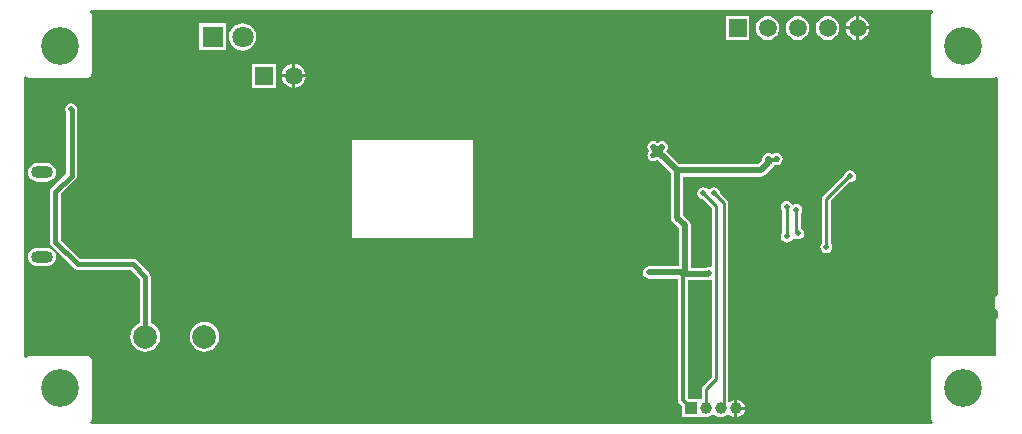
<source format=gbl>
G04*
G04 #@! TF.GenerationSoftware,Altium Limited,Altium Designer,20.2.4 (192)*
G04*
G04 Layer_Physical_Order=2*
G04 Layer_Color=16711680*
%FSLAX44Y44*%
%MOMM*%
G71*
G04*
G04 #@! TF.SameCoordinates,B1776B65-D261-4C44-A5DE-40EC885F2A17*
G04*
G04*
G04 #@! TF.FilePolarity,Positive*
G04*
G01*
G75*
%ADD11C,0.2540*%
%ADD104C,0.5000*%
%ADD105C,0.4000*%
%ADD106C,0.3000*%
%ADD108R,1.0000X1.0000*%
%ADD109C,1.0000*%
%ADD110C,1.5000*%
%ADD111R,1.5000X1.5000*%
%ADD112O,1.8500X1.0500*%
%ADD113C,3.2000*%
%ADD114C,1.8000*%
%ADD115R,1.8000X1.8000*%
%ADD116C,2.0000*%
%ADD117C,0.5000*%
%ADD118C,0.6000*%
G36*
X769159Y348730D02*
X768261Y347832D01*
X767500Y345994D01*
Y345000D01*
Y297500D01*
Y296505D01*
X768261Y294668D01*
X769668Y293261D01*
X771505Y292500D01*
X820995D01*
X822832Y293261D01*
X824200Y292833D01*
Y260000D01*
Y109200D01*
X822000Y107000D01*
X822000Y98000D01*
X824200Y95800D01*
Y90200D01*
X823000Y89000D01*
Y58044D01*
X821730Y57195D01*
X820994Y57500D01*
X771505D01*
X769668Y56739D01*
X768261Y55332D01*
X767500Y53495D01*
Y52500D01*
Y5000D01*
Y4005D01*
X768261Y2168D01*
X769159Y1270D01*
X768633Y0D01*
X56367D01*
X55841Y1270D01*
X56739Y2168D01*
X57500Y4005D01*
Y5000D01*
Y52500D01*
Y53495D01*
X56739Y55332D01*
X55332Y56739D01*
X53495Y57500D01*
X4005D01*
X2168Y56739D01*
X1270Y55841D01*
X0Y56367D01*
Y293633D01*
X1270Y294159D01*
X2168Y293261D01*
X4005Y292500D01*
X53495D01*
X55332Y293261D01*
X56739Y294668D01*
X57500Y296505D01*
Y297500D01*
Y345000D01*
Y345995D01*
X56739Y347832D01*
X55841Y348730D01*
X56367Y350000D01*
X768633D01*
X769159Y348730D01*
D02*
G37*
%LPC*%
G36*
X706670Y344959D02*
Y336270D01*
X715359D01*
X715182Y337621D01*
X714170Y340063D01*
X712561Y342161D01*
X710463Y343770D01*
X708021Y344782D01*
X706670Y344959D01*
D02*
G37*
G36*
X704130D02*
X702779Y344782D01*
X700337Y343770D01*
X698239Y342161D01*
X696630Y340063D01*
X695618Y337621D01*
X695441Y336270D01*
X704130D01*
Y344959D01*
D02*
G37*
G36*
X715359Y333730D02*
X706670D01*
Y325041D01*
X708021Y325218D01*
X710463Y326230D01*
X712561Y327839D01*
X714170Y329937D01*
X715182Y332379D01*
X715359Y333730D01*
D02*
G37*
G36*
X704130D02*
X695441D01*
X695618Y332379D01*
X696630Y329937D01*
X698239Y327839D01*
X700337Y326230D01*
X702779Y325218D01*
X704130Y325041D01*
Y333730D01*
D02*
G37*
G36*
X613840Y345040D02*
X593760D01*
Y324960D01*
X613840D01*
Y345040D01*
D02*
G37*
G36*
X680000Y345127D02*
X677379Y344782D01*
X674937Y343770D01*
X672839Y342161D01*
X671230Y340063D01*
X670218Y337621D01*
X669873Y335000D01*
X670218Y332379D01*
X671230Y329937D01*
X672839Y327839D01*
X674937Y326230D01*
X677379Y325218D01*
X680000Y324873D01*
X682621Y325218D01*
X685063Y326230D01*
X687161Y327839D01*
X688770Y329937D01*
X689782Y332379D01*
X690127Y335000D01*
X689782Y337621D01*
X688770Y340063D01*
X687161Y342161D01*
X685063Y343770D01*
X682621Y344782D01*
X680000Y345127D01*
D02*
G37*
G36*
X654600D02*
X651979Y344782D01*
X649537Y343770D01*
X647439Y342161D01*
X645830Y340063D01*
X644818Y337621D01*
X644473Y335000D01*
X644818Y332379D01*
X645830Y329937D01*
X647439Y327839D01*
X649537Y326230D01*
X651979Y325218D01*
X654600Y324873D01*
X657221Y325218D01*
X659663Y326230D01*
X661761Y327839D01*
X663370Y329937D01*
X664382Y332379D01*
X664727Y335000D01*
X664382Y337621D01*
X663370Y340063D01*
X661761Y342161D01*
X659663Y343770D01*
X657221Y344782D01*
X654600Y345127D01*
D02*
G37*
G36*
X629200D02*
X626579Y344782D01*
X624137Y343770D01*
X622039Y342161D01*
X620430Y340063D01*
X619418Y337621D01*
X619073Y335000D01*
X619418Y332379D01*
X620430Y329937D01*
X622039Y327839D01*
X624137Y326230D01*
X626579Y325218D01*
X629200Y324873D01*
X631821Y325218D01*
X634263Y326230D01*
X636361Y327839D01*
X637970Y329937D01*
X638982Y332379D01*
X639327Y335000D01*
X638982Y337621D01*
X637970Y340063D01*
X636361Y342161D01*
X634263Y343770D01*
X631821Y344782D01*
X629200Y345127D01*
D02*
G37*
G36*
X170890Y339040D02*
X147810D01*
Y315960D01*
X170890D01*
Y339040D01*
D02*
G37*
G36*
X184750Y339140D02*
X181737Y338743D01*
X178930Y337580D01*
X176520Y335730D01*
X174670Y333320D01*
X173507Y330513D01*
X173111Y327500D01*
X173507Y324487D01*
X174670Y321680D01*
X176520Y319270D01*
X178930Y317420D01*
X181737Y316257D01*
X184750Y315860D01*
X187763Y316257D01*
X190570Y317420D01*
X192980Y319270D01*
X194830Y321680D01*
X195993Y324487D01*
X196390Y327500D01*
X195993Y330513D01*
X194830Y333320D01*
X192980Y335730D01*
X190570Y337580D01*
X187763Y338743D01*
X184750Y339140D01*
D02*
G37*
G36*
X229420Y304459D02*
Y295770D01*
X238109D01*
X237932Y297121D01*
X236920Y299563D01*
X235311Y301661D01*
X233213Y303270D01*
X230771Y304282D01*
X229420Y304459D01*
D02*
G37*
G36*
X226880D02*
X225529Y304282D01*
X223087Y303270D01*
X220989Y301661D01*
X219380Y299563D01*
X218368Y297121D01*
X218191Y295770D01*
X226880D01*
Y304459D01*
D02*
G37*
G36*
X238109Y293230D02*
X229420D01*
Y284541D01*
X230771Y284718D01*
X233213Y285730D01*
X235311Y287339D01*
X236920Y289437D01*
X237932Y291879D01*
X238109Y293230D01*
D02*
G37*
G36*
X226880D02*
X218191D01*
X218368Y291879D01*
X219380Y289437D01*
X220989Y287339D01*
X223087Y285730D01*
X225529Y284718D01*
X226880Y284541D01*
Y293230D01*
D02*
G37*
G36*
X212790Y304540D02*
X192710D01*
Y284460D01*
X212790D01*
Y304540D01*
D02*
G37*
G36*
X539750Y239389D02*
X537784Y238998D01*
X536337Y238031D01*
X536125Y237943D01*
X535913Y238031D01*
X534895Y238711D01*
X534895Y238711D01*
X534467Y238998D01*
X532500Y239389D01*
X531039Y239098D01*
X531039D01*
X531039Y239098D01*
X530533Y238998D01*
X530105Y238711D01*
X530105Y238711D01*
X528866Y237884D01*
X527752Y236217D01*
X527361Y234250D01*
X527752Y232283D01*
X528635Y230962D01*
X528723Y230750D01*
X528635Y230538D01*
X528039Y229645D01*
X528039Y229645D01*
X527752Y229216D01*
X527652Y228711D01*
X527652Y228711D01*
Y228711D01*
X527361Y227250D01*
X527652Y225789D01*
Y225789D01*
X527652Y225789D01*
X527752Y225284D01*
X528039Y224855D01*
X528039Y224855D01*
X528866Y223616D01*
X530533Y222502D01*
X532500Y222111D01*
X533961Y222402D01*
X533961D01*
X533961Y222402D01*
X534467Y222502D01*
X534895Y222789D01*
X534895Y222789D01*
X534895Y222789D01*
X535085Y222916D01*
X536135Y223446D01*
X547361Y212220D01*
Y174500D01*
X547752Y172533D01*
X548866Y170866D01*
X553861Y165872D01*
Y133139D01*
X528750D01*
X526783Y132748D01*
X525116Y131634D01*
X524002Y129966D01*
X523611Y128000D01*
X524002Y126033D01*
X525116Y124366D01*
X526783Y123252D01*
X528750Y122861D01*
X553291D01*
Y19920D01*
X553605Y18344D01*
X554498Y17007D01*
X556791Y14715D01*
Y5460D01*
X571870D01*
Y6020D01*
X573009Y6581D01*
X573228Y6414D01*
X575062Y5654D01*
X577030Y5395D01*
X578999Y5654D01*
X580833Y6414D01*
X582408Y7622D01*
X582746Y8062D01*
X584016D01*
X584353Y7622D01*
X585928Y6414D01*
X587762Y5654D01*
X589730Y5395D01*
X591699Y5654D01*
X593533Y6414D01*
X595108Y7622D01*
X595446Y8062D01*
X596716D01*
X597053Y7622D01*
X598628Y6414D01*
X600462Y5654D01*
X601161Y5562D01*
Y13000D01*
Y20438D01*
X600462Y20346D01*
X598628Y19586D01*
X597155Y18456D01*
X596715Y18541D01*
X595885Y18941D01*
Y187000D01*
X595589Y188487D01*
X594747Y189747D01*
X589054Y195440D01*
X588751Y196963D01*
X587637Y198630D01*
X585970Y199744D01*
X584003Y200135D01*
X582037Y199744D01*
X580370Y198630D01*
X580138Y198284D01*
X578868D01*
X578637Y198630D01*
X576970Y199744D01*
X575003Y200135D01*
X573037Y199744D01*
X571370Y198630D01*
X570256Y196963D01*
X569865Y194997D01*
X570256Y193030D01*
X571370Y191363D01*
X573037Y190249D01*
X574560Y189946D01*
X582115Y182391D01*
Y133352D01*
X580845Y132409D01*
X579690Y132639D01*
X577724Y132248D01*
X577186Y131889D01*
X564139D01*
Y168000D01*
X563748Y169967D01*
X562634Y171634D01*
X557639Y176628D01*
Y209210D01*
X623308D01*
X625274Y209601D01*
X626941Y210715D01*
X633634Y217408D01*
X634404Y218561D01*
X634404Y218561D01*
X634606Y218863D01*
X634622Y218878D01*
X634750Y219070D01*
X634981Y219066D01*
X635003Y219070D01*
X636038Y219053D01*
X637000Y218861D01*
X638461Y219152D01*
X638461D01*
X638461Y219152D01*
X638966Y219252D01*
X639395Y219539D01*
X639395Y219539D01*
X640634Y220366D01*
X641748Y222034D01*
X642139Y224000D01*
X641848Y225461D01*
Y225461D01*
X641848Y225461D01*
X641748Y225966D01*
X641461Y226395D01*
X641461Y226395D01*
X640634Y227634D01*
X638966Y228748D01*
X637000Y229139D01*
X635033Y228748D01*
X633712Y227865D01*
X633500Y227777D01*
X633288Y227865D01*
X631967Y228748D01*
X631461Y228848D01*
X631461Y228848D01*
X631461D01*
X630000Y229139D01*
X628539Y228848D01*
X628539D01*
X628539Y228848D01*
X628033Y228748D01*
X627605Y228461D01*
X627605Y228461D01*
X626366Y227634D01*
X625252Y225966D01*
X624861Y224000D01*
Y223425D01*
X624798Y223106D01*
X621179Y219488D01*
X554628D01*
X543610Y230506D01*
X543610Y230506D01*
X543430Y230686D01*
X544211Y231855D01*
X544211Y231855D01*
X544498Y232283D01*
X544598Y232789D01*
X544598Y232789D01*
Y232789D01*
X544889Y234250D01*
X544598Y235711D01*
Y235711D01*
X544598Y235711D01*
X544498Y236217D01*
X544211Y236645D01*
X544211Y236645D01*
X543384Y237884D01*
X541716Y238998D01*
X541211Y239098D01*
X539750Y239389D01*
D02*
G37*
G36*
X19000Y220607D02*
X11000D01*
X8966Y220340D01*
X7071Y219555D01*
X5444Y218306D01*
X4196Y216679D01*
X3410Y214784D01*
X3143Y212750D01*
X3410Y210716D01*
X4196Y208821D01*
X5444Y207194D01*
X7071Y205945D01*
X8966Y205161D01*
X11000Y204893D01*
X19000D01*
X21034Y205161D01*
X22929Y205945D01*
X24556Y207194D01*
X25805Y208821D01*
X26590Y210716D01*
X26857Y212750D01*
X26590Y214784D01*
X25805Y216679D01*
X24556Y218306D01*
X22929Y219555D01*
X21034Y220340D01*
X19000Y220607D01*
D02*
G37*
G36*
X699000Y214639D02*
X697033Y214248D01*
X695366Y213134D01*
X694252Y211467D01*
X694106Y210730D01*
X678682Y195307D01*
X678682Y195307D01*
X676253Y192878D01*
X675411Y191617D01*
X675115Y190131D01*
Y152758D01*
X674252Y151467D01*
X673861Y149500D01*
X674252Y147534D01*
X675366Y145866D01*
X677033Y144752D01*
X679000Y144361D01*
X680966Y144752D01*
X682634Y145866D01*
X683748Y147534D01*
X684139Y149500D01*
X683748Y151467D01*
X682885Y152758D01*
Y188522D01*
X684176Y189813D01*
X684176Y189813D01*
X698770Y204407D01*
X699000Y204361D01*
X700966Y204752D01*
X702634Y205866D01*
X703748Y207533D01*
X704139Y209500D01*
X703748Y211467D01*
X702634Y213134D01*
X700966Y214248D01*
X699000Y214639D01*
D02*
G37*
G36*
X380000Y240000D02*
X277500D01*
Y157500D01*
X380000D01*
Y240000D01*
D02*
G37*
G36*
X645500Y188495D02*
X643533Y188104D01*
X641866Y186990D01*
X640752Y185322D01*
X640361Y183356D01*
X640752Y181390D01*
X641615Y180098D01*
Y161384D01*
X641002Y160466D01*
X640611Y158500D01*
X641002Y156533D01*
X642116Y154866D01*
X643783Y153752D01*
X645750Y153361D01*
X647717Y153752D01*
X649384Y154866D01*
X650498Y156533D01*
X650531Y156702D01*
X651926Y157205D01*
X653015Y156477D01*
X654982Y156086D01*
X656948Y156477D01*
X658615Y157591D01*
X659729Y159258D01*
X660120Y161225D01*
X659729Y163191D01*
X658615Y164858D01*
X657519Y165591D01*
Y177802D01*
X658382Y179094D01*
X658773Y181060D01*
X658382Y183027D01*
X657268Y184694D01*
X655601Y185808D01*
X653635Y186199D01*
X651668Y185808D01*
X650676Y185145D01*
X650248Y185322D01*
X649134Y186990D01*
X647467Y188104D01*
X645500Y188495D01*
D02*
G37*
G36*
X19000Y149107D02*
X11000D01*
X8966Y148840D01*
X7071Y148055D01*
X5444Y146806D01*
X4196Y145179D01*
X3410Y143284D01*
X3143Y141250D01*
X3410Y139216D01*
X4196Y137321D01*
X5444Y135694D01*
X7071Y134445D01*
X8966Y133660D01*
X11000Y133393D01*
X19000D01*
X21034Y133660D01*
X22929Y134445D01*
X24556Y135694D01*
X25805Y137321D01*
X26590Y139216D01*
X26857Y141250D01*
X26590Y143284D01*
X25805Y145179D01*
X24556Y146806D01*
X22929Y148055D01*
X21034Y148840D01*
X19000Y149107D01*
D02*
G37*
G36*
X152500Y86148D02*
X149226Y85717D01*
X146176Y84454D01*
X143556Y82444D01*
X141546Y79824D01*
X140283Y76774D01*
X139852Y73500D01*
X140283Y70226D01*
X141546Y67176D01*
X143556Y64556D01*
X146176Y62546D01*
X149226Y61283D01*
X152500Y60852D01*
X155774Y61283D01*
X158824Y62546D01*
X161444Y64556D01*
X163454Y67176D01*
X164717Y70226D01*
X165148Y73500D01*
X164717Y76774D01*
X163454Y79824D01*
X161444Y82444D01*
X158824Y84454D01*
X155774Y85717D01*
X152500Y86148D01*
D02*
G37*
G36*
X39625Y271326D02*
X37659Y270935D01*
X35991Y269821D01*
X34878Y268154D01*
X34486Y266187D01*
X34878Y264221D01*
X35371Y263482D01*
Y211917D01*
X22727Y199273D01*
X21723Y197771D01*
X21371Y196000D01*
X21371Y196000D01*
Y154000D01*
X21371Y154000D01*
X21723Y152229D01*
X22727Y150727D01*
X41727Y131727D01*
X41727Y131727D01*
X43229Y130723D01*
X45000Y130371D01*
X90083D01*
X97871Y122583D01*
Y85156D01*
X96176Y84454D01*
X93556Y82444D01*
X91546Y79824D01*
X90283Y76774D01*
X89852Y73500D01*
X90283Y70226D01*
X91546Y67176D01*
X93556Y64556D01*
X96176Y62546D01*
X99226Y61283D01*
X102500Y60852D01*
X105774Y61283D01*
X108824Y62546D01*
X111444Y64556D01*
X113454Y67176D01*
X114717Y70226D01*
X115148Y73500D01*
X114717Y76774D01*
X113454Y79824D01*
X111444Y82444D01*
X108824Y84454D01*
X107129Y85156D01*
Y124500D01*
X107129Y124500D01*
X106777Y126271D01*
X105773Y127773D01*
X105773Y127773D01*
X95273Y138273D01*
X93771Y139277D01*
X92000Y139629D01*
X92000Y139629D01*
X46918D01*
X30629Y155918D01*
Y194083D01*
X43273Y206727D01*
X43273Y206727D01*
X44277Y208229D01*
X44629Y210000D01*
X44629Y210000D01*
Y265510D01*
X44764Y266187D01*
X44373Y268154D01*
X43259Y269821D01*
X41592Y270935D01*
X39625Y271326D01*
D02*
G37*
G36*
X603700Y20438D02*
Y14270D01*
X609868D01*
X609776Y14968D01*
X609017Y16803D01*
X607808Y18378D01*
X606233Y19586D01*
X604399Y20346D01*
X603700Y20438D01*
D02*
G37*
G36*
X609868Y11730D02*
X603700D01*
Y5562D01*
X604399Y5654D01*
X606233Y6414D01*
X607808Y7622D01*
X609017Y9197D01*
X609776Y11032D01*
X609868Y11730D01*
D02*
G37*
%LPD*%
G36*
X540706Y236558D02*
X541516Y236017D01*
X542058Y235206D01*
X542248Y234250D01*
X542058Y233294D01*
X541277Y232125D01*
X541179Y231889D01*
X541037Y231677D01*
X540988Y231427D01*
X540890Y231191D01*
Y230936D01*
X540840Y230686D01*
X540890Y230436D01*
Y230181D01*
X540988Y229945D01*
X541037Y229695D01*
X541179Y229483D01*
X541277Y229247D01*
X541457Y229067D01*
X541599Y228855D01*
X544000Y226454D01*
Y225000D01*
X543000Y224000D01*
X539244D01*
X537967Y225278D01*
X537873Y225340D01*
X537495Y225718D01*
X537495Y225718D01*
X537495Y225718D01*
X537084Y225888D01*
X536562Y226105D01*
X536561D01*
X536561Y226105D01*
X536056Y226105D01*
X535551D01*
X535551Y226105D01*
X535551D01*
X535078Y225909D01*
X534618Y225718D01*
X534617Y225718D01*
X534617Y225718D01*
X534617Y225718D01*
X533456Y224942D01*
X532500Y224752D01*
X531544Y224942D01*
X530733Y225483D01*
X530192Y226294D01*
X530002Y227250D01*
X530192Y228206D01*
X530930Y229311D01*
X531317Y230245D01*
Y231255D01*
X530930Y232189D01*
X530930Y232189D01*
X530192Y233294D01*
X530002Y234250D01*
X530192Y235206D01*
X530733Y236017D01*
X531544Y236558D01*
X532500Y236748D01*
X533456Y236558D01*
X534686Y235736D01*
X535620Y235349D01*
X536630D01*
X537564Y235736D01*
X537564Y235736D01*
X538794Y236558D01*
X539750Y236748D01*
X540706Y236558D01*
D02*
G37*
G36*
X637956Y226308D02*
X638767Y225767D01*
X639308Y224956D01*
X639498Y224000D01*
X639308Y223044D01*
X638767Y222234D01*
X637956Y221692D01*
X637000Y221502D01*
X636543Y221593D01*
X636310D01*
X636082Y221642D01*
X634792Y221664D01*
X634519Y221615D01*
X634242D01*
X634027Y221525D01*
X633798Y221484D01*
X633565Y221334D01*
X633309Y221228D01*
X633144Y221063D01*
X632948Y220937D01*
X632790Y220709D01*
X632594Y220513D01*
X632251Y220000D01*
X629000D01*
X627081Y221919D01*
X627254Y222179D01*
X627451Y223170D01*
Y223745D01*
X627692Y224956D01*
X628233Y225767D01*
X629044Y226308D01*
X630000Y226498D01*
X630956Y226308D01*
X632061Y225570D01*
X632995Y225183D01*
X634005D01*
X634392Y225343D01*
X634939Y225570D01*
X634939Y225570D01*
X636044Y226308D01*
X637000Y226498D01*
X637956Y226308D01*
D02*
G37*
G36*
X582115Y121350D02*
Y39609D01*
X574524Y32017D01*
X573681Y30757D01*
X573386Y29271D01*
Y20649D01*
X573140Y20496D01*
X571870Y20540D01*
Y20540D01*
X562616D01*
X561530Y21626D01*
Y121611D01*
X578940D01*
X580845Y121990D01*
X581069Y122003D01*
X582115Y121350D01*
D02*
G37*
D11*
X645500Y160750D02*
Y183356D01*
X653635Y162572D02*
Y181060D01*
Y162572D02*
X654982Y161225D01*
X679000Y149500D02*
X679000Y149500D01*
X679000Y190131D02*
X681429Y192560D01*
X679000Y149500D02*
Y190131D01*
X681429Y192560D02*
X681429D01*
X698369Y209500D02*
X699000D01*
X681429Y192560D02*
X698369Y209500D01*
X577270Y13240D02*
Y29271D01*
X577030Y13000D02*
X577270Y13240D01*
X589730Y13000D02*
X592000Y15270D01*
Y187000D01*
X584003Y194997D02*
X592000Y187000D01*
X575003Y194997D02*
X586000Y184000D01*
Y38000D02*
Y184000D01*
X577270Y29271D02*
X586000Y38000D01*
D104*
X528750Y128000D02*
X556161D01*
X557411Y126750D01*
X578940D01*
X579690Y127500D01*
X630000Y221041D02*
Y224000D01*
X623308Y214349D02*
X630000Y221041D01*
X552500Y214349D02*
X623308D01*
X552500Y174500D02*
Y214349D01*
X539769Y227080D02*
X552500Y214349D01*
X559000Y129929D02*
Y168000D01*
X557411Y128340D02*
X559000Y129929D01*
X552500Y174500D02*
X559000Y168000D01*
D105*
X40000Y210000D02*
Y265812D01*
X26000Y154000D02*
Y196000D01*
X40000Y210000D01*
X45000Y135000D02*
X92000D01*
X26000Y154000D02*
X45000Y135000D01*
X102500Y73500D02*
Y124500D01*
X92000Y135000D02*
X102500Y124500D01*
X39625Y266187D02*
X40000Y265812D01*
D106*
X557411Y19920D02*
X564330Y13000D01*
X557411Y19920D02*
Y126750D01*
D108*
X564330Y13000D02*
D03*
D109*
X577030D02*
D03*
X589730D02*
D03*
X602430D02*
D03*
D110*
X705400Y335000D02*
D03*
X680000D02*
D03*
X654600D02*
D03*
X629200D02*
D03*
X228150Y294500D02*
D03*
D111*
X603800Y335000D02*
D03*
X202750Y294500D02*
D03*
D112*
X15000Y141250D02*
D03*
Y212750D02*
D03*
D113*
X795000Y30000D02*
D03*
Y320000D02*
D03*
X30000Y30000D02*
D03*
Y320000D02*
D03*
D114*
X210150Y327500D02*
D03*
X184750D02*
D03*
D115*
X159350D02*
D03*
D116*
X102500Y73500D02*
D03*
X152500D02*
D03*
D117*
X645500Y183356D02*
D03*
X654982Y161225D02*
D03*
X138000Y192000D02*
D03*
X123000D02*
D03*
X108000D02*
D03*
X818000Y122000D02*
D03*
X563000Y194000D02*
D03*
X599000Y204000D02*
D03*
X590000D02*
D03*
X808000Y281750D02*
D03*
X818000Y261750D02*
D03*
X808000Y241750D02*
D03*
Y161750D02*
D03*
X818000Y141750D02*
D03*
Y101750D02*
D03*
X808000Y81750D02*
D03*
X818000Y61750D02*
D03*
X788000Y281750D02*
D03*
X798000Y261750D02*
D03*
X788000Y241750D02*
D03*
Y201750D02*
D03*
Y121750D02*
D03*
X798000Y101750D02*
D03*
X788000Y81750D02*
D03*
X798000Y61750D02*
D03*
X768000Y281750D02*
D03*
X778000Y261750D02*
D03*
X768000Y241750D02*
D03*
X778000Y221750D02*
D03*
X768000Y201750D02*
D03*
X778000Y101750D02*
D03*
X768000Y81750D02*
D03*
X778000Y61750D02*
D03*
X748000Y321750D02*
D03*
X758000Y301750D02*
D03*
X748000Y281750D02*
D03*
X758000Y261750D02*
D03*
X748000Y241750D02*
D03*
X758000Y221750D02*
D03*
X748000Y201750D02*
D03*
X758000Y141750D02*
D03*
X748000Y121750D02*
D03*
X758000Y101750D02*
D03*
X748000Y81750D02*
D03*
X758000Y61750D02*
D03*
X748000Y41750D02*
D03*
X758000Y21750D02*
D03*
X728000Y321750D02*
D03*
X738000Y301750D02*
D03*
X728000Y281750D02*
D03*
X738000Y261750D02*
D03*
Y141750D02*
D03*
Y101750D02*
D03*
X728000Y81750D02*
D03*
X738000Y61750D02*
D03*
X728000Y41750D02*
D03*
X738000Y21750D02*
D03*
X708000Y321750D02*
D03*
X718000Y301750D02*
D03*
X708000Y281750D02*
D03*
X718000Y261750D02*
D03*
Y101750D02*
D03*
X708000Y81750D02*
D03*
X718000Y61750D02*
D03*
Y21750D02*
D03*
X688000Y321750D02*
D03*
X698000Y301750D02*
D03*
X688000Y281750D02*
D03*
X698000Y261750D02*
D03*
Y101750D02*
D03*
Y61750D02*
D03*
X688000Y41750D02*
D03*
X698000Y21750D02*
D03*
X668000Y321750D02*
D03*
X678000Y261750D02*
D03*
X668000Y201750D02*
D03*
X678000Y101750D02*
D03*
X668000Y41750D02*
D03*
X648000Y321750D02*
D03*
Y281750D02*
D03*
X658000Y261750D02*
D03*
Y141750D02*
D03*
X648000Y121750D02*
D03*
X658000Y101750D02*
D03*
Y61750D02*
D03*
X648000Y41750D02*
D03*
X658000Y21750D02*
D03*
X638000Y301750D02*
D03*
Y141750D02*
D03*
X628000Y121750D02*
D03*
X638000Y101750D02*
D03*
Y61750D02*
D03*
X628000Y41750D02*
D03*
X638000Y21750D02*
D03*
X608000Y321750D02*
D03*
X618000Y141750D02*
D03*
Y101750D02*
D03*
Y61750D02*
D03*
X608000Y41750D02*
D03*
X618000Y21750D02*
D03*
X598000Y301750D02*
D03*
Y261750D02*
D03*
X568000Y321750D02*
D03*
X578000Y301750D02*
D03*
X568000Y281750D02*
D03*
Y201750D02*
D03*
Y161750D02*
D03*
X578000Y101750D02*
D03*
Y61750D02*
D03*
X548000Y321750D02*
D03*
X558000Y301750D02*
D03*
X548000Y281750D02*
D03*
Y41750D02*
D03*
X528000Y321750D02*
D03*
X538000Y301750D02*
D03*
X528000Y281750D02*
D03*
Y81750D02*
D03*
X538000Y61750D02*
D03*
X528000Y41750D02*
D03*
X538000Y21750D02*
D03*
X508000Y321750D02*
D03*
X518000Y301750D02*
D03*
X508000Y281750D02*
D03*
Y241750D02*
D03*
X518000Y61750D02*
D03*
X508000Y41750D02*
D03*
X518000Y21750D02*
D03*
X488000Y321750D02*
D03*
X498000Y301750D02*
D03*
X488000Y281750D02*
D03*
Y241750D02*
D03*
Y81750D02*
D03*
Y41750D02*
D03*
X498000Y21750D02*
D03*
X468000Y321750D02*
D03*
X478000Y301750D02*
D03*
X468000Y281750D02*
D03*
X478000Y141750D02*
D03*
X468000Y41750D02*
D03*
X478000Y21750D02*
D03*
X448000Y321750D02*
D03*
X458000Y301750D02*
D03*
X448000Y281750D02*
D03*
Y241750D02*
D03*
X458000Y181750D02*
D03*
Y141750D02*
D03*
X448000Y41750D02*
D03*
X458000Y21750D02*
D03*
X428000Y321750D02*
D03*
X438000Y301750D02*
D03*
X428000Y281750D02*
D03*
Y241750D02*
D03*
Y201750D02*
D03*
Y161750D02*
D03*
X438000Y141750D02*
D03*
Y101750D02*
D03*
X428000Y81750D02*
D03*
Y41750D02*
D03*
X438000Y21750D02*
D03*
X418000Y301750D02*
D03*
X408000Y241750D02*
D03*
X418000Y221750D02*
D03*
X408000Y201750D02*
D03*
X418000Y181750D02*
D03*
X408000Y161750D02*
D03*
X418000Y141750D02*
D03*
X408000Y121750D02*
D03*
Y81750D02*
D03*
Y41750D02*
D03*
X418000Y21750D02*
D03*
X388000Y241750D02*
D03*
X398000Y221750D02*
D03*
X388000Y201750D02*
D03*
X398000Y181750D02*
D03*
X388000Y161750D02*
D03*
X398000Y141750D02*
D03*
X388000Y121750D02*
D03*
Y81750D02*
D03*
Y41750D02*
D03*
X398000Y21750D02*
D03*
X378000Y141750D02*
D03*
X368000Y121750D02*
D03*
Y81750D02*
D03*
Y41750D02*
D03*
X378000Y21750D02*
D03*
X358000Y141750D02*
D03*
X348000Y121750D02*
D03*
Y81750D02*
D03*
Y41750D02*
D03*
X358000Y21750D02*
D03*
X338000Y141750D02*
D03*
X328000Y121750D02*
D03*
Y81750D02*
D03*
Y41750D02*
D03*
X338000Y21750D02*
D03*
X318000Y141750D02*
D03*
X308000Y121750D02*
D03*
Y81750D02*
D03*
Y41750D02*
D03*
X318000Y21750D02*
D03*
X288000Y321750D02*
D03*
X298000Y141750D02*
D03*
X288000Y121750D02*
D03*
Y81750D02*
D03*
Y41750D02*
D03*
X298000Y21750D02*
D03*
X268000Y321750D02*
D03*
X278000Y301750D02*
D03*
X268000Y281750D02*
D03*
Y241750D02*
D03*
Y201750D02*
D03*
Y161750D02*
D03*
X278000Y141750D02*
D03*
X268000Y121750D02*
D03*
Y81750D02*
D03*
Y41750D02*
D03*
X278000Y21750D02*
D03*
X248000Y321750D02*
D03*
X258000Y301750D02*
D03*
X248000Y281750D02*
D03*
X258000Y181750D02*
D03*
X248000Y81750D02*
D03*
Y41750D02*
D03*
X258000Y21750D02*
D03*
X228000Y321750D02*
D03*
Y281750D02*
D03*
Y241750D02*
D03*
Y201750D02*
D03*
X238000Y181750D02*
D03*
X228000Y161750D02*
D03*
Y41750D02*
D03*
X238000Y21750D02*
D03*
X208000Y281750D02*
D03*
X218000Y221750D02*
D03*
X208000Y201750D02*
D03*
X218000Y181750D02*
D03*
Y101750D02*
D03*
X208000Y41750D02*
D03*
X218000Y21750D02*
D03*
X188000Y201750D02*
D03*
Y121750D02*
D03*
X198000Y101750D02*
D03*
X188000Y81750D02*
D03*
X198000Y61750D02*
D03*
X188000Y41750D02*
D03*
X198000Y21750D02*
D03*
X178000Y141750D02*
D03*
X168000Y121750D02*
D03*
X178000Y101750D02*
D03*
X168000Y81750D02*
D03*
X178000Y61750D02*
D03*
X168000Y41750D02*
D03*
X178000Y21750D02*
D03*
X158000Y141750D02*
D03*
X148000Y121750D02*
D03*
X158000Y101750D02*
D03*
X148000Y41750D02*
D03*
X158000Y21750D02*
D03*
X138000Y141750D02*
D03*
X128000Y121750D02*
D03*
X138000Y101750D02*
D03*
X128000Y81750D02*
D03*
X138000Y61750D02*
D03*
X128000Y41750D02*
D03*
X138000Y21750D02*
D03*
X108000Y321750D02*
D03*
X118000Y141750D02*
D03*
Y101750D02*
D03*
Y61750D02*
D03*
X108000Y41750D02*
D03*
X118000Y21750D02*
D03*
X88000Y321750D02*
D03*
Y281750D02*
D03*
X98000Y221750D02*
D03*
Y141750D02*
D03*
X88000Y121750D02*
D03*
Y81750D02*
D03*
Y41750D02*
D03*
X98000Y21750D02*
D03*
X78000Y221750D02*
D03*
X68000Y121750D02*
D03*
X78000Y101750D02*
D03*
Y61750D02*
D03*
X68000Y41750D02*
D03*
X78000Y21750D02*
D03*
X48000Y281750D02*
D03*
X58000Y261750D02*
D03*
X48000Y241750D02*
D03*
X58000Y221750D02*
D03*
X48000Y121750D02*
D03*
X58000Y101750D02*
D03*
X48000Y81750D02*
D03*
X28000Y281750D02*
D03*
X38000Y101750D02*
D03*
Y61750D02*
D03*
X8000Y281750D02*
D03*
X18000Y101750D02*
D03*
Y61750D02*
D03*
X528750Y128000D02*
D03*
X601734Y160715D02*
D03*
X579690Y127500D02*
D03*
X584003Y194997D02*
D03*
X575003D02*
D03*
X822000Y240000D02*
D03*
X804236Y223652D02*
D03*
X800007Y217410D02*
D03*
X798718Y209981D02*
D03*
Y202441D02*
D03*
Y194901D02*
D03*
X792420Y190756D02*
D03*
X784880D02*
D03*
X762269Y191206D02*
D03*
X754729D02*
D03*
X747191Y191049D02*
D03*
X739651Y191121D02*
D03*
X732112Y191206D02*
D03*
X724583Y190806D02*
D03*
X708000Y159000D02*
D03*
X712752Y154278D02*
D03*
X720005Y152219D02*
D03*
X727545D02*
D03*
X735084Y152094D02*
D03*
X764700Y154768D02*
D03*
X765957Y162203D02*
D03*
X748889Y171893D02*
D03*
X756427Y171697D02*
D03*
X763967Y171694D02*
D03*
X771505Y171844D02*
D03*
X774927Y165125D02*
D03*
Y157585D02*
D03*
X774712Y150048D02*
D03*
X772652Y142795D02*
D03*
X784134Y128248D02*
D03*
X795764Y142645D02*
D03*
X793847Y149937D02*
D03*
X793490Y157468D02*
D03*
Y165008D02*
D03*
X795925Y172144D02*
D03*
X803450Y172623D02*
D03*
X810251Y175878D02*
D03*
X815172Y181591D02*
D03*
X817230Y188845D02*
D03*
X817281Y196385D02*
D03*
Y203925D02*
D03*
X816302Y228281D02*
D03*
X679000Y149500D02*
D03*
X449397Y107465D02*
D03*
X653635Y181060D02*
D03*
X645750Y158500D02*
D03*
X637000Y224000D02*
D03*
X630000D02*
D03*
X39625Y266187D02*
D03*
X535000Y85000D02*
D03*
X545000D02*
D03*
X728000Y225500D02*
D03*
X552500Y174500D02*
D03*
X532500Y227250D02*
D03*
Y234250D02*
D03*
X539750D02*
D03*
X539769Y227080D02*
D03*
X510290Y174000D02*
D03*
X664000Y220500D02*
D03*
X699000Y209500D02*
D03*
X114000Y172000D02*
D03*
X106000D02*
D03*
X451000Y224500D02*
D03*
X664000Y210500D02*
D03*
X459000Y189500D02*
D03*
X467000D02*
D03*
X451000Y196500D02*
D03*
Y203500D02*
D03*
Y210500D02*
D03*
Y217500D02*
D03*
X458000Y224500D02*
D03*
X465000Y231500D02*
D03*
X479000D02*
D03*
X493000D02*
D03*
X507000D02*
D03*
X514000Y224500D02*
D03*
X507000D02*
D03*
X500000Y231500D02*
D03*
X486000D02*
D03*
X472000D02*
D03*
X465000Y224500D02*
D03*
X451000Y189500D02*
D03*
X125750Y281000D02*
D03*
X114750D02*
D03*
X125750Y270000D02*
D03*
X114750D02*
D03*
X103750D02*
D03*
Y281000D02*
D03*
X373250Y305500D02*
D03*
Y297500D02*
D03*
X728000Y217500D02*
D03*
X373250Y313500D02*
D03*
X328500Y288500D02*
D03*
Y281500D02*
D03*
Y304500D02*
D03*
Y297000D02*
D03*
D118*
X686250Y184500D02*
D03*
X696250D02*
D03*
Y174500D02*
D03*
X686250D02*
D03*
M02*

</source>
